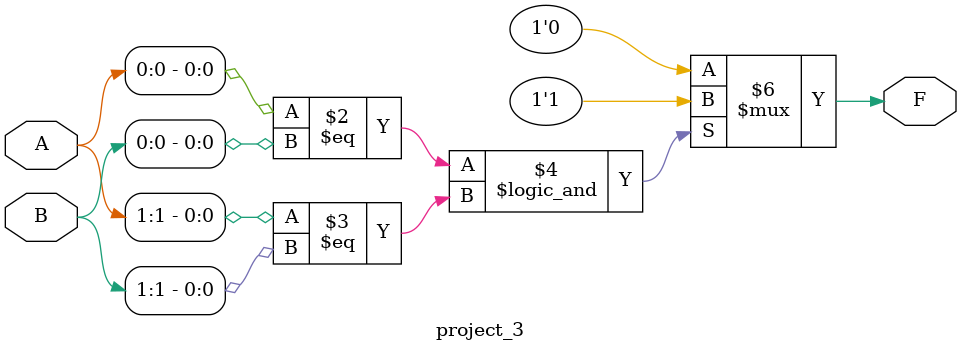
<source format=v>
`timescale 1ns / 1ps


module project_3(A,B,F);
    input wire [1:0]A;
    input wire [1:0]B;
    output reg F;
    always @(*) begin
        if((A[0]==B[0])&&(A[1]==B[1])) F=1;
        else F=0;
    end
endmodule

</source>
